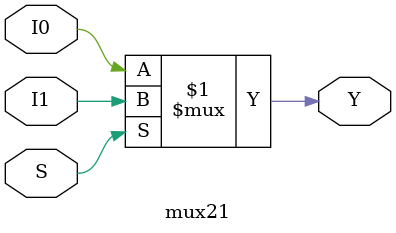
<source format=v>
module mux21(I0,I1,S,Y);
input I0,I1;
input S;
output Y;
assign Y=(S)?I1:I0;
endmodule
</source>
